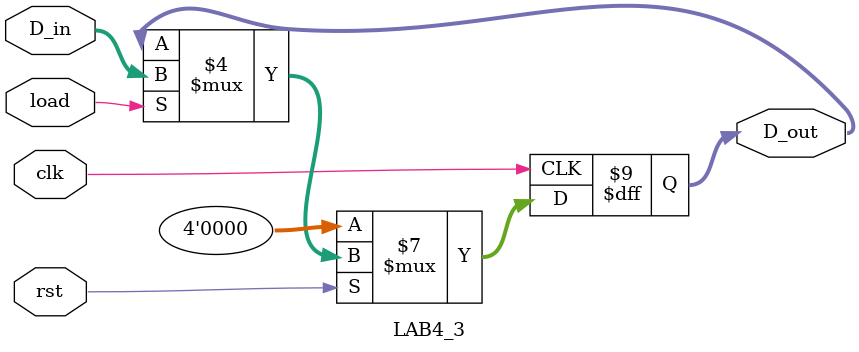
<source format=v>
module LAB4_3 (D_in, clk, rst,load, D_out);
input [3:0] D_in;
input clk, rst, load;
output reg [3:0] D_out;

always @(posedge clk) begin
    if (!rst) begin
        D_out <= 4'b0000;
    end
    else if (load) begin
        D_out <= D_in;
    end
    else begin
        D_out <= D_out; // Hold the value
    end
end
endmodule //LAB4_3
</source>
